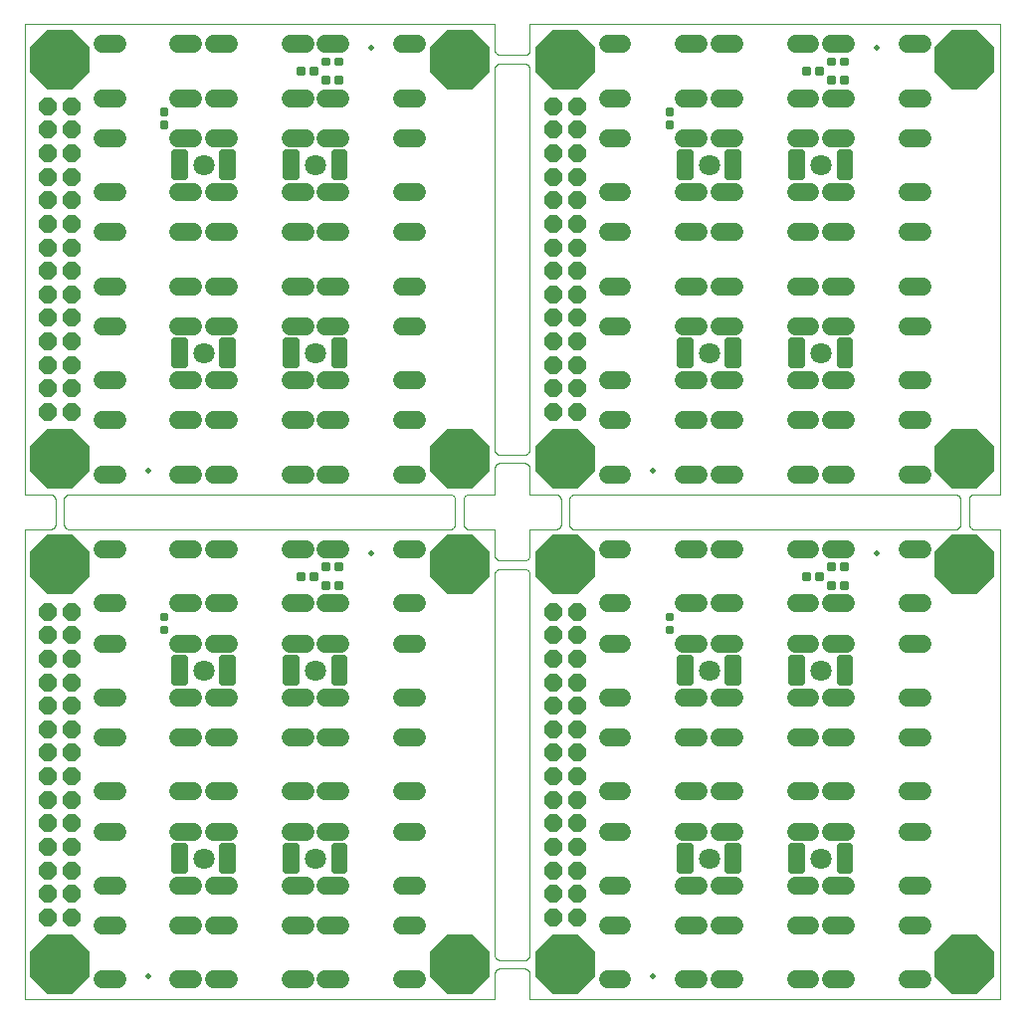
<source format=gbs>
G04 EAGLE Gerber RS-274X export*
G75*
%MOMM*%
%FSLAX34Y34*%
%LPD*%
%AMOC8*
5,1,8,0,0,1.08239X$1,22.5*%
G01*
%ADD10C,0.000000*%
%ADD11C,0.316800*%
%ADD12C,1.540000*%
%ADD13C,0.532800*%
%ADD14C,1.800000*%
%ADD15C,0.500000*%
%ADD16P,1.558642X8X112.500000*%
%ADD17P,5.563485X8X22.500000*%


D10*
X430000Y0D02*
X830000Y0D01*
X830000Y400000D01*
X808500Y400000D01*
X791500Y400000D02*
X468500Y400000D01*
X451500Y400000D02*
X430000Y400000D01*
X430000Y378500D01*
X430000Y361500D02*
X430000Y38500D01*
X430000Y21500D02*
X430000Y0D01*
X400000Y0D02*
X0Y0D01*
X400000Y0D02*
X400000Y21500D01*
X400000Y38500D02*
X400000Y361500D01*
X400000Y378500D02*
X400000Y400000D01*
X378500Y400000D01*
X361500Y400000D02*
X38500Y400000D01*
X21500Y400000D02*
X0Y400000D01*
X0Y0D01*
X425000Y366500D02*
X425140Y366498D01*
X425280Y366492D01*
X425420Y366482D01*
X425560Y366469D01*
X425699Y366451D01*
X425838Y366429D01*
X425975Y366404D01*
X426113Y366375D01*
X426249Y366342D01*
X426384Y366305D01*
X426518Y366264D01*
X426651Y366219D01*
X426783Y366171D01*
X426913Y366119D01*
X427042Y366064D01*
X427169Y366005D01*
X427295Y365942D01*
X427419Y365876D01*
X427540Y365807D01*
X427660Y365734D01*
X427778Y365657D01*
X427893Y365578D01*
X428007Y365495D01*
X428117Y365409D01*
X428226Y365320D01*
X428332Y365228D01*
X428435Y365133D01*
X428536Y365036D01*
X428633Y364935D01*
X428728Y364832D01*
X428820Y364726D01*
X428909Y364617D01*
X428995Y364507D01*
X429078Y364393D01*
X429157Y364278D01*
X429234Y364160D01*
X429307Y364040D01*
X429376Y363919D01*
X429442Y363795D01*
X429505Y363669D01*
X429564Y363542D01*
X429619Y363413D01*
X429671Y363283D01*
X429719Y363151D01*
X429764Y363018D01*
X429805Y362884D01*
X429842Y362749D01*
X429875Y362613D01*
X429904Y362475D01*
X429929Y362338D01*
X429951Y362199D01*
X429969Y362060D01*
X429982Y361920D01*
X429992Y361780D01*
X429998Y361640D01*
X430000Y361500D01*
X425000Y373500D02*
X425140Y373502D01*
X425280Y373508D01*
X425420Y373518D01*
X425560Y373531D01*
X425699Y373549D01*
X425838Y373571D01*
X425975Y373596D01*
X426113Y373625D01*
X426249Y373658D01*
X426384Y373695D01*
X426518Y373736D01*
X426651Y373781D01*
X426783Y373829D01*
X426913Y373881D01*
X427042Y373936D01*
X427169Y373995D01*
X427295Y374058D01*
X427419Y374124D01*
X427540Y374193D01*
X427660Y374266D01*
X427778Y374343D01*
X427893Y374422D01*
X428007Y374505D01*
X428117Y374591D01*
X428226Y374680D01*
X428332Y374772D01*
X428435Y374867D01*
X428536Y374964D01*
X428633Y375065D01*
X428728Y375168D01*
X428820Y375274D01*
X428909Y375383D01*
X428995Y375493D01*
X429078Y375607D01*
X429157Y375722D01*
X429234Y375840D01*
X429307Y375960D01*
X429376Y376081D01*
X429442Y376205D01*
X429505Y376331D01*
X429564Y376458D01*
X429619Y376587D01*
X429671Y376717D01*
X429719Y376849D01*
X429764Y376982D01*
X429805Y377116D01*
X429842Y377251D01*
X429875Y377387D01*
X429904Y377525D01*
X429929Y377662D01*
X429951Y377801D01*
X429969Y377940D01*
X429982Y378080D01*
X429992Y378220D01*
X429998Y378360D01*
X430000Y378500D01*
X425000Y366500D02*
X405000Y366500D01*
X425000Y26500D02*
X425140Y26498D01*
X425280Y26492D01*
X425420Y26482D01*
X425560Y26469D01*
X425699Y26451D01*
X425838Y26429D01*
X425975Y26404D01*
X426113Y26375D01*
X426249Y26342D01*
X426384Y26305D01*
X426518Y26264D01*
X426651Y26219D01*
X426783Y26171D01*
X426913Y26119D01*
X427042Y26064D01*
X427169Y26005D01*
X427295Y25942D01*
X427419Y25876D01*
X427540Y25807D01*
X427660Y25734D01*
X427778Y25657D01*
X427893Y25578D01*
X428007Y25495D01*
X428117Y25409D01*
X428226Y25320D01*
X428332Y25228D01*
X428435Y25133D01*
X428536Y25036D01*
X428633Y24935D01*
X428728Y24832D01*
X428820Y24726D01*
X428909Y24617D01*
X428995Y24507D01*
X429078Y24393D01*
X429157Y24278D01*
X429234Y24160D01*
X429307Y24040D01*
X429376Y23919D01*
X429442Y23795D01*
X429505Y23669D01*
X429564Y23542D01*
X429619Y23413D01*
X429671Y23283D01*
X429719Y23151D01*
X429764Y23018D01*
X429805Y22884D01*
X429842Y22749D01*
X429875Y22613D01*
X429904Y22475D01*
X429929Y22338D01*
X429951Y22199D01*
X429969Y22060D01*
X429982Y21920D01*
X429992Y21780D01*
X429998Y21640D01*
X430000Y21500D01*
X425000Y33500D02*
X425140Y33502D01*
X425280Y33508D01*
X425420Y33518D01*
X425560Y33531D01*
X425699Y33549D01*
X425838Y33571D01*
X425975Y33596D01*
X426113Y33625D01*
X426249Y33658D01*
X426384Y33695D01*
X426518Y33736D01*
X426651Y33781D01*
X426783Y33829D01*
X426913Y33881D01*
X427042Y33936D01*
X427169Y33995D01*
X427295Y34058D01*
X427419Y34124D01*
X427540Y34193D01*
X427660Y34266D01*
X427778Y34343D01*
X427893Y34422D01*
X428007Y34505D01*
X428117Y34591D01*
X428226Y34680D01*
X428332Y34772D01*
X428435Y34867D01*
X428536Y34964D01*
X428633Y35065D01*
X428728Y35168D01*
X428820Y35274D01*
X428909Y35383D01*
X428995Y35493D01*
X429078Y35607D01*
X429157Y35722D01*
X429234Y35840D01*
X429307Y35960D01*
X429376Y36081D01*
X429442Y36205D01*
X429505Y36331D01*
X429564Y36458D01*
X429619Y36587D01*
X429671Y36717D01*
X429719Y36849D01*
X429764Y36982D01*
X429805Y37116D01*
X429842Y37251D01*
X429875Y37387D01*
X429904Y37525D01*
X429929Y37662D01*
X429951Y37801D01*
X429969Y37940D01*
X429982Y38080D01*
X429992Y38220D01*
X429998Y38360D01*
X430000Y38500D01*
X425000Y26500D02*
X405000Y26500D01*
X405000Y33500D02*
X404860Y33502D01*
X404720Y33508D01*
X404580Y33518D01*
X404440Y33531D01*
X404301Y33549D01*
X404162Y33571D01*
X404025Y33596D01*
X403887Y33625D01*
X403751Y33658D01*
X403616Y33695D01*
X403482Y33736D01*
X403349Y33781D01*
X403217Y33829D01*
X403087Y33881D01*
X402958Y33936D01*
X402831Y33995D01*
X402705Y34058D01*
X402581Y34124D01*
X402460Y34193D01*
X402340Y34266D01*
X402222Y34343D01*
X402107Y34422D01*
X401993Y34505D01*
X401883Y34591D01*
X401774Y34680D01*
X401668Y34772D01*
X401565Y34867D01*
X401464Y34964D01*
X401367Y35065D01*
X401272Y35168D01*
X401180Y35274D01*
X401091Y35383D01*
X401005Y35493D01*
X400922Y35607D01*
X400843Y35722D01*
X400766Y35840D01*
X400693Y35960D01*
X400624Y36081D01*
X400558Y36205D01*
X400495Y36331D01*
X400436Y36458D01*
X400381Y36587D01*
X400329Y36717D01*
X400281Y36849D01*
X400236Y36982D01*
X400195Y37116D01*
X400158Y37251D01*
X400125Y37387D01*
X400096Y37525D01*
X400071Y37662D01*
X400049Y37801D01*
X400031Y37940D01*
X400018Y38080D01*
X400008Y38220D01*
X400002Y38360D01*
X400000Y38500D01*
X405000Y26500D02*
X404860Y26498D01*
X404720Y26492D01*
X404580Y26482D01*
X404440Y26469D01*
X404301Y26451D01*
X404162Y26429D01*
X404025Y26404D01*
X403887Y26375D01*
X403751Y26342D01*
X403616Y26305D01*
X403482Y26264D01*
X403349Y26219D01*
X403217Y26171D01*
X403087Y26119D01*
X402958Y26064D01*
X402831Y26005D01*
X402705Y25942D01*
X402581Y25876D01*
X402460Y25807D01*
X402340Y25734D01*
X402222Y25657D01*
X402107Y25578D01*
X401993Y25495D01*
X401883Y25409D01*
X401774Y25320D01*
X401668Y25228D01*
X401565Y25133D01*
X401464Y25036D01*
X401367Y24935D01*
X401272Y24832D01*
X401180Y24726D01*
X401091Y24617D01*
X401005Y24507D01*
X400922Y24393D01*
X400843Y24278D01*
X400766Y24160D01*
X400693Y24040D01*
X400624Y23919D01*
X400558Y23795D01*
X400495Y23669D01*
X400436Y23542D01*
X400381Y23413D01*
X400329Y23283D01*
X400281Y23151D01*
X400236Y23018D01*
X400195Y22884D01*
X400158Y22749D01*
X400125Y22613D01*
X400096Y22475D01*
X400071Y22338D01*
X400049Y22199D01*
X400031Y22060D01*
X400018Y21920D01*
X400008Y21780D01*
X400002Y21640D01*
X400000Y21500D01*
X405000Y33500D02*
X425000Y33500D01*
X405000Y373500D02*
X404860Y373502D01*
X404720Y373508D01*
X404580Y373518D01*
X404440Y373531D01*
X404301Y373549D01*
X404162Y373571D01*
X404025Y373596D01*
X403887Y373625D01*
X403751Y373658D01*
X403616Y373695D01*
X403482Y373736D01*
X403349Y373781D01*
X403217Y373829D01*
X403087Y373881D01*
X402958Y373936D01*
X402831Y373995D01*
X402705Y374058D01*
X402581Y374124D01*
X402460Y374193D01*
X402340Y374266D01*
X402222Y374343D01*
X402107Y374422D01*
X401993Y374505D01*
X401883Y374591D01*
X401774Y374680D01*
X401668Y374772D01*
X401565Y374867D01*
X401464Y374964D01*
X401367Y375065D01*
X401272Y375168D01*
X401180Y375274D01*
X401091Y375383D01*
X401005Y375493D01*
X400922Y375607D01*
X400843Y375722D01*
X400766Y375840D01*
X400693Y375960D01*
X400624Y376081D01*
X400558Y376205D01*
X400495Y376331D01*
X400436Y376458D01*
X400381Y376587D01*
X400329Y376717D01*
X400281Y376849D01*
X400236Y376982D01*
X400195Y377116D01*
X400158Y377251D01*
X400125Y377387D01*
X400096Y377525D01*
X400071Y377662D01*
X400049Y377801D01*
X400031Y377940D01*
X400018Y378080D01*
X400008Y378220D01*
X400002Y378360D01*
X400000Y378500D01*
X405000Y366500D02*
X404860Y366498D01*
X404720Y366492D01*
X404580Y366482D01*
X404440Y366469D01*
X404301Y366451D01*
X404162Y366429D01*
X404025Y366404D01*
X403887Y366375D01*
X403751Y366342D01*
X403616Y366305D01*
X403482Y366264D01*
X403349Y366219D01*
X403217Y366171D01*
X403087Y366119D01*
X402958Y366064D01*
X402831Y366005D01*
X402705Y365942D01*
X402581Y365876D01*
X402460Y365807D01*
X402340Y365734D01*
X402222Y365657D01*
X402107Y365578D01*
X401993Y365495D01*
X401883Y365409D01*
X401774Y365320D01*
X401668Y365228D01*
X401565Y365133D01*
X401464Y365036D01*
X401367Y364935D01*
X401272Y364832D01*
X401180Y364726D01*
X401091Y364617D01*
X401005Y364507D01*
X400922Y364393D01*
X400843Y364278D01*
X400766Y364160D01*
X400693Y364040D01*
X400624Y363919D01*
X400558Y363795D01*
X400495Y363669D01*
X400436Y363542D01*
X400381Y363413D01*
X400329Y363283D01*
X400281Y363151D01*
X400236Y363018D01*
X400195Y362884D01*
X400158Y362749D01*
X400125Y362613D01*
X400096Y362475D01*
X400071Y362338D01*
X400049Y362199D01*
X400031Y362060D01*
X400018Y361920D01*
X400008Y361780D01*
X400002Y361640D01*
X400000Y361500D01*
X405000Y373500D02*
X425000Y373500D01*
X26500Y405000D02*
X26498Y404860D01*
X26492Y404720D01*
X26482Y404580D01*
X26469Y404440D01*
X26451Y404301D01*
X26429Y404162D01*
X26404Y404025D01*
X26375Y403887D01*
X26342Y403751D01*
X26305Y403616D01*
X26264Y403482D01*
X26219Y403349D01*
X26171Y403217D01*
X26119Y403087D01*
X26064Y402958D01*
X26005Y402831D01*
X25942Y402705D01*
X25876Y402581D01*
X25807Y402460D01*
X25734Y402340D01*
X25657Y402222D01*
X25578Y402107D01*
X25495Y401993D01*
X25409Y401883D01*
X25320Y401774D01*
X25228Y401668D01*
X25133Y401565D01*
X25036Y401464D01*
X24935Y401367D01*
X24832Y401272D01*
X24726Y401180D01*
X24617Y401091D01*
X24507Y401005D01*
X24393Y400922D01*
X24278Y400843D01*
X24160Y400766D01*
X24040Y400693D01*
X23919Y400624D01*
X23795Y400558D01*
X23669Y400495D01*
X23542Y400436D01*
X23413Y400381D01*
X23283Y400329D01*
X23151Y400281D01*
X23018Y400236D01*
X22884Y400195D01*
X22749Y400158D01*
X22613Y400125D01*
X22475Y400096D01*
X22338Y400071D01*
X22199Y400049D01*
X22060Y400031D01*
X21920Y400018D01*
X21780Y400008D01*
X21640Y400002D01*
X21500Y400000D01*
X33500Y405000D02*
X33502Y404860D01*
X33508Y404720D01*
X33518Y404580D01*
X33531Y404440D01*
X33549Y404301D01*
X33571Y404162D01*
X33596Y404025D01*
X33625Y403887D01*
X33658Y403751D01*
X33695Y403616D01*
X33736Y403482D01*
X33781Y403349D01*
X33829Y403217D01*
X33881Y403087D01*
X33936Y402958D01*
X33995Y402831D01*
X34058Y402705D01*
X34124Y402581D01*
X34193Y402460D01*
X34266Y402340D01*
X34343Y402222D01*
X34422Y402107D01*
X34505Y401993D01*
X34591Y401883D01*
X34680Y401774D01*
X34772Y401668D01*
X34867Y401565D01*
X34964Y401464D01*
X35065Y401367D01*
X35168Y401272D01*
X35274Y401180D01*
X35383Y401091D01*
X35493Y401005D01*
X35607Y400922D01*
X35722Y400843D01*
X35840Y400766D01*
X35960Y400693D01*
X36081Y400624D01*
X36205Y400558D01*
X36331Y400495D01*
X36458Y400436D01*
X36587Y400381D01*
X36717Y400329D01*
X36849Y400281D01*
X36982Y400236D01*
X37116Y400195D01*
X37251Y400158D01*
X37387Y400125D01*
X37525Y400096D01*
X37662Y400071D01*
X37801Y400049D01*
X37940Y400031D01*
X38080Y400018D01*
X38220Y400008D01*
X38360Y400002D01*
X38500Y400000D01*
X361500Y400000D02*
X361640Y400002D01*
X361780Y400008D01*
X361920Y400018D01*
X362060Y400031D01*
X362199Y400049D01*
X362338Y400071D01*
X362475Y400096D01*
X362613Y400125D01*
X362749Y400158D01*
X362884Y400195D01*
X363018Y400236D01*
X363151Y400281D01*
X363283Y400329D01*
X363413Y400381D01*
X363542Y400436D01*
X363669Y400495D01*
X363795Y400558D01*
X363919Y400624D01*
X364040Y400693D01*
X364160Y400766D01*
X364278Y400843D01*
X364393Y400922D01*
X364507Y401005D01*
X364617Y401091D01*
X364726Y401180D01*
X364832Y401272D01*
X364935Y401367D01*
X365036Y401464D01*
X365133Y401565D01*
X365228Y401668D01*
X365320Y401774D01*
X365409Y401883D01*
X365495Y401993D01*
X365578Y402107D01*
X365657Y402222D01*
X365734Y402340D01*
X365807Y402460D01*
X365876Y402581D01*
X365942Y402705D01*
X366005Y402831D01*
X366064Y402958D01*
X366119Y403087D01*
X366171Y403217D01*
X366219Y403349D01*
X366264Y403482D01*
X366305Y403616D01*
X366342Y403751D01*
X366375Y403887D01*
X366404Y404025D01*
X366429Y404162D01*
X366451Y404301D01*
X366469Y404440D01*
X366482Y404580D01*
X366492Y404720D01*
X366498Y404860D01*
X366500Y405000D01*
X373500Y405000D02*
X373502Y404860D01*
X373508Y404720D01*
X373518Y404580D01*
X373531Y404440D01*
X373549Y404301D01*
X373571Y404162D01*
X373596Y404025D01*
X373625Y403887D01*
X373658Y403751D01*
X373695Y403616D01*
X373736Y403482D01*
X373781Y403349D01*
X373829Y403217D01*
X373881Y403087D01*
X373936Y402958D01*
X373995Y402831D01*
X374058Y402705D01*
X374124Y402581D01*
X374193Y402460D01*
X374266Y402340D01*
X374343Y402222D01*
X374422Y402107D01*
X374505Y401993D01*
X374591Y401883D01*
X374680Y401774D01*
X374772Y401668D01*
X374867Y401565D01*
X374964Y401464D01*
X375065Y401367D01*
X375168Y401272D01*
X375274Y401180D01*
X375383Y401091D01*
X375493Y401005D01*
X375607Y400922D01*
X375722Y400843D01*
X375840Y400766D01*
X375960Y400693D01*
X376081Y400624D01*
X376205Y400558D01*
X376331Y400495D01*
X376458Y400436D01*
X376587Y400381D01*
X376717Y400329D01*
X376849Y400281D01*
X376982Y400236D01*
X377116Y400195D01*
X377251Y400158D01*
X377387Y400125D01*
X377525Y400096D01*
X377662Y400071D01*
X377801Y400049D01*
X377940Y400031D01*
X378080Y400018D01*
X378220Y400008D01*
X378360Y400002D01*
X378500Y400000D01*
X26500Y405000D02*
X26500Y425000D01*
X33500Y425000D02*
X33500Y405000D01*
X366500Y405000D02*
X366500Y425000D01*
X373500Y425000D02*
X373500Y405000D01*
X803500Y405000D02*
X803500Y425000D01*
X796500Y405000D02*
X796498Y404860D01*
X796492Y404720D01*
X796482Y404580D01*
X796469Y404440D01*
X796451Y404301D01*
X796429Y404162D01*
X796404Y404025D01*
X796375Y403887D01*
X796342Y403751D01*
X796305Y403616D01*
X796264Y403482D01*
X796219Y403349D01*
X796171Y403217D01*
X796119Y403087D01*
X796064Y402958D01*
X796005Y402831D01*
X795942Y402705D01*
X795876Y402581D01*
X795807Y402460D01*
X795734Y402340D01*
X795657Y402222D01*
X795578Y402107D01*
X795495Y401993D01*
X795409Y401883D01*
X795320Y401774D01*
X795228Y401668D01*
X795133Y401565D01*
X795036Y401464D01*
X794935Y401367D01*
X794832Y401272D01*
X794726Y401180D01*
X794617Y401091D01*
X794507Y401005D01*
X794393Y400922D01*
X794278Y400843D01*
X794160Y400766D01*
X794040Y400693D01*
X793919Y400624D01*
X793795Y400558D01*
X793669Y400495D01*
X793542Y400436D01*
X793413Y400381D01*
X793283Y400329D01*
X793151Y400281D01*
X793018Y400236D01*
X792884Y400195D01*
X792749Y400158D01*
X792613Y400125D01*
X792475Y400096D01*
X792338Y400071D01*
X792199Y400049D01*
X792060Y400031D01*
X791920Y400018D01*
X791780Y400008D01*
X791640Y400002D01*
X791500Y400000D01*
X803500Y405000D02*
X803502Y404860D01*
X803508Y404720D01*
X803518Y404580D01*
X803531Y404440D01*
X803549Y404301D01*
X803571Y404162D01*
X803596Y404025D01*
X803625Y403887D01*
X803658Y403751D01*
X803695Y403616D01*
X803736Y403482D01*
X803781Y403349D01*
X803829Y403217D01*
X803881Y403087D01*
X803936Y402958D01*
X803995Y402831D01*
X804058Y402705D01*
X804124Y402581D01*
X804193Y402460D01*
X804266Y402340D01*
X804343Y402222D01*
X804422Y402107D01*
X804505Y401993D01*
X804591Y401883D01*
X804680Y401774D01*
X804772Y401668D01*
X804867Y401565D01*
X804964Y401464D01*
X805065Y401367D01*
X805168Y401272D01*
X805274Y401180D01*
X805383Y401091D01*
X805493Y401005D01*
X805607Y400922D01*
X805722Y400843D01*
X805840Y400766D01*
X805960Y400693D01*
X806081Y400624D01*
X806205Y400558D01*
X806331Y400495D01*
X806458Y400436D01*
X806587Y400381D01*
X806717Y400329D01*
X806849Y400281D01*
X806982Y400236D01*
X807116Y400195D01*
X807251Y400158D01*
X807387Y400125D01*
X807525Y400096D01*
X807662Y400071D01*
X807801Y400049D01*
X807940Y400031D01*
X808080Y400018D01*
X808220Y400008D01*
X808360Y400002D01*
X808500Y400000D01*
X796500Y405000D02*
X796500Y425000D01*
X463500Y425000D02*
X463500Y405000D01*
X456500Y405000D02*
X456498Y404860D01*
X456492Y404720D01*
X456482Y404580D01*
X456469Y404440D01*
X456451Y404301D01*
X456429Y404162D01*
X456404Y404025D01*
X456375Y403887D01*
X456342Y403751D01*
X456305Y403616D01*
X456264Y403482D01*
X456219Y403349D01*
X456171Y403217D01*
X456119Y403087D01*
X456064Y402958D01*
X456005Y402831D01*
X455942Y402705D01*
X455876Y402581D01*
X455807Y402460D01*
X455734Y402340D01*
X455657Y402222D01*
X455578Y402107D01*
X455495Y401993D01*
X455409Y401883D01*
X455320Y401774D01*
X455228Y401668D01*
X455133Y401565D01*
X455036Y401464D01*
X454935Y401367D01*
X454832Y401272D01*
X454726Y401180D01*
X454617Y401091D01*
X454507Y401005D01*
X454393Y400922D01*
X454278Y400843D01*
X454160Y400766D01*
X454040Y400693D01*
X453919Y400624D01*
X453795Y400558D01*
X453669Y400495D01*
X453542Y400436D01*
X453413Y400381D01*
X453283Y400329D01*
X453151Y400281D01*
X453018Y400236D01*
X452884Y400195D01*
X452749Y400158D01*
X452613Y400125D01*
X452475Y400096D01*
X452338Y400071D01*
X452199Y400049D01*
X452060Y400031D01*
X451920Y400018D01*
X451780Y400008D01*
X451640Y400002D01*
X451500Y400000D01*
X463500Y405000D02*
X463502Y404860D01*
X463508Y404720D01*
X463518Y404580D01*
X463531Y404440D01*
X463549Y404301D01*
X463571Y404162D01*
X463596Y404025D01*
X463625Y403887D01*
X463658Y403751D01*
X463695Y403616D01*
X463736Y403482D01*
X463781Y403349D01*
X463829Y403217D01*
X463881Y403087D01*
X463936Y402958D01*
X463995Y402831D01*
X464058Y402705D01*
X464124Y402581D01*
X464193Y402460D01*
X464266Y402340D01*
X464343Y402222D01*
X464422Y402107D01*
X464505Y401993D01*
X464591Y401883D01*
X464680Y401774D01*
X464772Y401668D01*
X464867Y401565D01*
X464964Y401464D01*
X465065Y401367D01*
X465168Y401272D01*
X465274Y401180D01*
X465383Y401091D01*
X465493Y401005D01*
X465607Y400922D01*
X465722Y400843D01*
X465840Y400766D01*
X465960Y400693D01*
X466081Y400624D01*
X466205Y400558D01*
X466331Y400495D01*
X466458Y400436D01*
X466587Y400381D01*
X466717Y400329D01*
X466849Y400281D01*
X466982Y400236D01*
X467116Y400195D01*
X467251Y400158D01*
X467387Y400125D01*
X467525Y400096D01*
X467662Y400071D01*
X467801Y400049D01*
X467940Y400031D01*
X468080Y400018D01*
X468220Y400008D01*
X468360Y400002D01*
X468500Y400000D01*
X456500Y405000D02*
X456500Y425000D01*
X400000Y830000D02*
X0Y830000D01*
X0Y430000D01*
X21500Y430000D01*
X38500Y430000D02*
X361500Y430000D01*
X378500Y430000D02*
X400000Y430000D01*
X400000Y451500D01*
X400000Y468500D02*
X400000Y791500D01*
X400000Y808500D02*
X400000Y830000D01*
X430000Y830000D02*
X830000Y830000D01*
X430000Y830000D02*
X430000Y808500D01*
X430000Y791500D02*
X430000Y468500D01*
X430000Y451500D02*
X430000Y430000D01*
X451500Y430000D01*
X468500Y430000D02*
X791500Y430000D01*
X808500Y430000D02*
X830000Y430000D01*
X830000Y830000D01*
X405000Y463500D02*
X404860Y463502D01*
X404720Y463508D01*
X404580Y463518D01*
X404440Y463531D01*
X404301Y463549D01*
X404162Y463571D01*
X404025Y463596D01*
X403887Y463625D01*
X403751Y463658D01*
X403616Y463695D01*
X403482Y463736D01*
X403349Y463781D01*
X403217Y463829D01*
X403087Y463881D01*
X402958Y463936D01*
X402831Y463995D01*
X402705Y464058D01*
X402581Y464124D01*
X402460Y464193D01*
X402340Y464266D01*
X402222Y464343D01*
X402107Y464422D01*
X401993Y464505D01*
X401883Y464591D01*
X401774Y464680D01*
X401668Y464772D01*
X401565Y464867D01*
X401464Y464964D01*
X401367Y465065D01*
X401272Y465168D01*
X401180Y465274D01*
X401091Y465383D01*
X401005Y465493D01*
X400922Y465607D01*
X400843Y465722D01*
X400766Y465840D01*
X400693Y465960D01*
X400624Y466081D01*
X400558Y466205D01*
X400495Y466331D01*
X400436Y466458D01*
X400381Y466587D01*
X400329Y466717D01*
X400281Y466849D01*
X400236Y466982D01*
X400195Y467116D01*
X400158Y467251D01*
X400125Y467387D01*
X400096Y467525D01*
X400071Y467662D01*
X400049Y467801D01*
X400031Y467940D01*
X400018Y468080D01*
X400008Y468220D01*
X400002Y468360D01*
X400000Y468500D01*
X405000Y456500D02*
X404860Y456498D01*
X404720Y456492D01*
X404580Y456482D01*
X404440Y456469D01*
X404301Y456451D01*
X404162Y456429D01*
X404025Y456404D01*
X403887Y456375D01*
X403751Y456342D01*
X403616Y456305D01*
X403482Y456264D01*
X403349Y456219D01*
X403217Y456171D01*
X403087Y456119D01*
X402958Y456064D01*
X402831Y456005D01*
X402705Y455942D01*
X402581Y455876D01*
X402460Y455807D01*
X402340Y455734D01*
X402222Y455657D01*
X402107Y455578D01*
X401993Y455495D01*
X401883Y455409D01*
X401774Y455320D01*
X401668Y455228D01*
X401565Y455133D01*
X401464Y455036D01*
X401367Y454935D01*
X401272Y454832D01*
X401180Y454726D01*
X401091Y454617D01*
X401005Y454507D01*
X400922Y454393D01*
X400843Y454278D01*
X400766Y454160D01*
X400693Y454040D01*
X400624Y453919D01*
X400558Y453795D01*
X400495Y453669D01*
X400436Y453542D01*
X400381Y453413D01*
X400329Y453283D01*
X400281Y453151D01*
X400236Y453018D01*
X400195Y452884D01*
X400158Y452749D01*
X400125Y452613D01*
X400096Y452475D01*
X400071Y452338D01*
X400049Y452199D01*
X400031Y452060D01*
X400018Y451920D01*
X400008Y451780D01*
X400002Y451640D01*
X400000Y451500D01*
X405000Y463500D02*
X425000Y463500D01*
X405000Y803500D02*
X404860Y803502D01*
X404720Y803508D01*
X404580Y803518D01*
X404440Y803531D01*
X404301Y803549D01*
X404162Y803571D01*
X404025Y803596D01*
X403887Y803625D01*
X403751Y803658D01*
X403616Y803695D01*
X403482Y803736D01*
X403349Y803781D01*
X403217Y803829D01*
X403087Y803881D01*
X402958Y803936D01*
X402831Y803995D01*
X402705Y804058D01*
X402581Y804124D01*
X402460Y804193D01*
X402340Y804266D01*
X402222Y804343D01*
X402107Y804422D01*
X401993Y804505D01*
X401883Y804591D01*
X401774Y804680D01*
X401668Y804772D01*
X401565Y804867D01*
X401464Y804964D01*
X401367Y805065D01*
X401272Y805168D01*
X401180Y805274D01*
X401091Y805383D01*
X401005Y805493D01*
X400922Y805607D01*
X400843Y805722D01*
X400766Y805840D01*
X400693Y805960D01*
X400624Y806081D01*
X400558Y806205D01*
X400495Y806331D01*
X400436Y806458D01*
X400381Y806587D01*
X400329Y806717D01*
X400281Y806849D01*
X400236Y806982D01*
X400195Y807116D01*
X400158Y807251D01*
X400125Y807387D01*
X400096Y807525D01*
X400071Y807662D01*
X400049Y807801D01*
X400031Y807940D01*
X400018Y808080D01*
X400008Y808220D01*
X400002Y808360D01*
X400000Y808500D01*
X405000Y796500D02*
X404860Y796498D01*
X404720Y796492D01*
X404580Y796482D01*
X404440Y796469D01*
X404301Y796451D01*
X404162Y796429D01*
X404025Y796404D01*
X403887Y796375D01*
X403751Y796342D01*
X403616Y796305D01*
X403482Y796264D01*
X403349Y796219D01*
X403217Y796171D01*
X403087Y796119D01*
X402958Y796064D01*
X402831Y796005D01*
X402705Y795942D01*
X402581Y795876D01*
X402460Y795807D01*
X402340Y795734D01*
X402222Y795657D01*
X402107Y795578D01*
X401993Y795495D01*
X401883Y795409D01*
X401774Y795320D01*
X401668Y795228D01*
X401565Y795133D01*
X401464Y795036D01*
X401367Y794935D01*
X401272Y794832D01*
X401180Y794726D01*
X401091Y794617D01*
X401005Y794507D01*
X400922Y794393D01*
X400843Y794278D01*
X400766Y794160D01*
X400693Y794040D01*
X400624Y793919D01*
X400558Y793795D01*
X400495Y793669D01*
X400436Y793542D01*
X400381Y793413D01*
X400329Y793283D01*
X400281Y793151D01*
X400236Y793018D01*
X400195Y792884D01*
X400158Y792749D01*
X400125Y792613D01*
X400096Y792475D01*
X400071Y792338D01*
X400049Y792199D01*
X400031Y792060D01*
X400018Y791920D01*
X400008Y791780D01*
X400002Y791640D01*
X400000Y791500D01*
X405000Y803500D02*
X425000Y803500D01*
X425000Y796500D02*
X425140Y796498D01*
X425280Y796492D01*
X425420Y796482D01*
X425560Y796469D01*
X425699Y796451D01*
X425838Y796429D01*
X425975Y796404D01*
X426113Y796375D01*
X426249Y796342D01*
X426384Y796305D01*
X426518Y796264D01*
X426651Y796219D01*
X426783Y796171D01*
X426913Y796119D01*
X427042Y796064D01*
X427169Y796005D01*
X427295Y795942D01*
X427419Y795876D01*
X427540Y795807D01*
X427660Y795734D01*
X427778Y795657D01*
X427893Y795578D01*
X428007Y795495D01*
X428117Y795409D01*
X428226Y795320D01*
X428332Y795228D01*
X428435Y795133D01*
X428536Y795036D01*
X428633Y794935D01*
X428728Y794832D01*
X428820Y794726D01*
X428909Y794617D01*
X428995Y794507D01*
X429078Y794393D01*
X429157Y794278D01*
X429234Y794160D01*
X429307Y794040D01*
X429376Y793919D01*
X429442Y793795D01*
X429505Y793669D01*
X429564Y793542D01*
X429619Y793413D01*
X429671Y793283D01*
X429719Y793151D01*
X429764Y793018D01*
X429805Y792884D01*
X429842Y792749D01*
X429875Y792613D01*
X429904Y792475D01*
X429929Y792338D01*
X429951Y792199D01*
X429969Y792060D01*
X429982Y791920D01*
X429992Y791780D01*
X429998Y791640D01*
X430000Y791500D01*
X425000Y803500D02*
X425140Y803502D01*
X425280Y803508D01*
X425420Y803518D01*
X425560Y803531D01*
X425699Y803549D01*
X425838Y803571D01*
X425975Y803596D01*
X426113Y803625D01*
X426249Y803658D01*
X426384Y803695D01*
X426518Y803736D01*
X426651Y803781D01*
X426783Y803829D01*
X426913Y803881D01*
X427042Y803936D01*
X427169Y803995D01*
X427295Y804058D01*
X427419Y804124D01*
X427540Y804193D01*
X427660Y804266D01*
X427778Y804343D01*
X427893Y804422D01*
X428007Y804505D01*
X428117Y804591D01*
X428226Y804680D01*
X428332Y804772D01*
X428435Y804867D01*
X428536Y804964D01*
X428633Y805065D01*
X428728Y805168D01*
X428820Y805274D01*
X428909Y805383D01*
X428995Y805493D01*
X429078Y805607D01*
X429157Y805722D01*
X429234Y805840D01*
X429307Y805960D01*
X429376Y806081D01*
X429442Y806205D01*
X429505Y806331D01*
X429564Y806458D01*
X429619Y806587D01*
X429671Y806717D01*
X429719Y806849D01*
X429764Y806982D01*
X429805Y807116D01*
X429842Y807251D01*
X429875Y807387D01*
X429904Y807525D01*
X429929Y807662D01*
X429951Y807801D01*
X429969Y807940D01*
X429982Y808080D01*
X429992Y808220D01*
X429998Y808360D01*
X430000Y808500D01*
X425000Y796500D02*
X405000Y796500D01*
X425000Y456500D02*
X425140Y456498D01*
X425280Y456492D01*
X425420Y456482D01*
X425560Y456469D01*
X425699Y456451D01*
X425838Y456429D01*
X425975Y456404D01*
X426113Y456375D01*
X426249Y456342D01*
X426384Y456305D01*
X426518Y456264D01*
X426651Y456219D01*
X426783Y456171D01*
X426913Y456119D01*
X427042Y456064D01*
X427169Y456005D01*
X427295Y455942D01*
X427419Y455876D01*
X427540Y455807D01*
X427660Y455734D01*
X427778Y455657D01*
X427893Y455578D01*
X428007Y455495D01*
X428117Y455409D01*
X428226Y455320D01*
X428332Y455228D01*
X428435Y455133D01*
X428536Y455036D01*
X428633Y454935D01*
X428728Y454832D01*
X428820Y454726D01*
X428909Y454617D01*
X428995Y454507D01*
X429078Y454393D01*
X429157Y454278D01*
X429234Y454160D01*
X429307Y454040D01*
X429376Y453919D01*
X429442Y453795D01*
X429505Y453669D01*
X429564Y453542D01*
X429619Y453413D01*
X429671Y453283D01*
X429719Y453151D01*
X429764Y453018D01*
X429805Y452884D01*
X429842Y452749D01*
X429875Y452613D01*
X429904Y452475D01*
X429929Y452338D01*
X429951Y452199D01*
X429969Y452060D01*
X429982Y451920D01*
X429992Y451780D01*
X429998Y451640D01*
X430000Y451500D01*
X425000Y463500D02*
X425140Y463502D01*
X425280Y463508D01*
X425420Y463518D01*
X425560Y463531D01*
X425699Y463549D01*
X425838Y463571D01*
X425975Y463596D01*
X426113Y463625D01*
X426249Y463658D01*
X426384Y463695D01*
X426518Y463736D01*
X426651Y463781D01*
X426783Y463829D01*
X426913Y463881D01*
X427042Y463936D01*
X427169Y463995D01*
X427295Y464058D01*
X427419Y464124D01*
X427540Y464193D01*
X427660Y464266D01*
X427778Y464343D01*
X427893Y464422D01*
X428007Y464505D01*
X428117Y464591D01*
X428226Y464680D01*
X428332Y464772D01*
X428435Y464867D01*
X428536Y464964D01*
X428633Y465065D01*
X428728Y465168D01*
X428820Y465274D01*
X428909Y465383D01*
X428995Y465493D01*
X429078Y465607D01*
X429157Y465722D01*
X429234Y465840D01*
X429307Y465960D01*
X429376Y466081D01*
X429442Y466205D01*
X429505Y466331D01*
X429564Y466458D01*
X429619Y466587D01*
X429671Y466717D01*
X429719Y466849D01*
X429764Y466982D01*
X429805Y467116D01*
X429842Y467251D01*
X429875Y467387D01*
X429904Y467525D01*
X429929Y467662D01*
X429951Y467801D01*
X429969Y467940D01*
X429982Y468080D01*
X429992Y468220D01*
X429998Y468360D01*
X430000Y468500D01*
X425000Y456500D02*
X405000Y456500D01*
X803500Y425000D02*
X803502Y425140D01*
X803508Y425280D01*
X803518Y425420D01*
X803531Y425560D01*
X803549Y425699D01*
X803571Y425838D01*
X803596Y425975D01*
X803625Y426113D01*
X803658Y426249D01*
X803695Y426384D01*
X803736Y426518D01*
X803781Y426651D01*
X803829Y426783D01*
X803881Y426913D01*
X803936Y427042D01*
X803995Y427169D01*
X804058Y427295D01*
X804124Y427419D01*
X804193Y427540D01*
X804266Y427660D01*
X804343Y427778D01*
X804422Y427893D01*
X804505Y428007D01*
X804591Y428117D01*
X804680Y428226D01*
X804772Y428332D01*
X804867Y428435D01*
X804964Y428536D01*
X805065Y428633D01*
X805168Y428728D01*
X805274Y428820D01*
X805383Y428909D01*
X805493Y428995D01*
X805607Y429078D01*
X805722Y429157D01*
X805840Y429234D01*
X805960Y429307D01*
X806081Y429376D01*
X806205Y429442D01*
X806331Y429505D01*
X806458Y429564D01*
X806587Y429619D01*
X806717Y429671D01*
X806849Y429719D01*
X806982Y429764D01*
X807116Y429805D01*
X807251Y429842D01*
X807387Y429875D01*
X807525Y429904D01*
X807662Y429929D01*
X807801Y429951D01*
X807940Y429969D01*
X808080Y429982D01*
X808220Y429992D01*
X808360Y429998D01*
X808500Y430000D01*
X796500Y425000D02*
X796498Y425140D01*
X796492Y425280D01*
X796482Y425420D01*
X796469Y425560D01*
X796451Y425699D01*
X796429Y425838D01*
X796404Y425975D01*
X796375Y426113D01*
X796342Y426249D01*
X796305Y426384D01*
X796264Y426518D01*
X796219Y426651D01*
X796171Y426783D01*
X796119Y426913D01*
X796064Y427042D01*
X796005Y427169D01*
X795942Y427295D01*
X795876Y427419D01*
X795807Y427540D01*
X795734Y427660D01*
X795657Y427778D01*
X795578Y427893D01*
X795495Y428007D01*
X795409Y428117D01*
X795320Y428226D01*
X795228Y428332D01*
X795133Y428435D01*
X795036Y428536D01*
X794935Y428633D01*
X794832Y428728D01*
X794726Y428820D01*
X794617Y428909D01*
X794507Y428995D01*
X794393Y429078D01*
X794278Y429157D01*
X794160Y429234D01*
X794040Y429307D01*
X793919Y429376D01*
X793795Y429442D01*
X793669Y429505D01*
X793542Y429564D01*
X793413Y429619D01*
X793283Y429671D01*
X793151Y429719D01*
X793018Y429764D01*
X792884Y429805D01*
X792749Y429842D01*
X792613Y429875D01*
X792475Y429904D01*
X792338Y429929D01*
X792199Y429951D01*
X792060Y429969D01*
X791920Y429982D01*
X791780Y429992D01*
X791640Y429998D01*
X791500Y430000D01*
X468500Y430000D02*
X468360Y429998D01*
X468220Y429992D01*
X468080Y429982D01*
X467940Y429969D01*
X467801Y429951D01*
X467662Y429929D01*
X467525Y429904D01*
X467387Y429875D01*
X467251Y429842D01*
X467116Y429805D01*
X466982Y429764D01*
X466849Y429719D01*
X466717Y429671D01*
X466587Y429619D01*
X466458Y429564D01*
X466331Y429505D01*
X466205Y429442D01*
X466081Y429376D01*
X465960Y429307D01*
X465840Y429234D01*
X465722Y429157D01*
X465607Y429078D01*
X465493Y428995D01*
X465383Y428909D01*
X465274Y428820D01*
X465168Y428728D01*
X465065Y428633D01*
X464964Y428536D01*
X464867Y428435D01*
X464772Y428332D01*
X464680Y428226D01*
X464591Y428117D01*
X464505Y428007D01*
X464422Y427893D01*
X464343Y427778D01*
X464266Y427660D01*
X464193Y427540D01*
X464124Y427419D01*
X464058Y427295D01*
X463995Y427169D01*
X463936Y427042D01*
X463881Y426913D01*
X463829Y426783D01*
X463781Y426651D01*
X463736Y426518D01*
X463695Y426384D01*
X463658Y426249D01*
X463625Y426113D01*
X463596Y425975D01*
X463571Y425838D01*
X463549Y425699D01*
X463531Y425560D01*
X463518Y425420D01*
X463508Y425280D01*
X463502Y425140D01*
X463500Y425000D01*
X456500Y425000D02*
X456498Y425140D01*
X456492Y425280D01*
X456482Y425420D01*
X456469Y425560D01*
X456451Y425699D01*
X456429Y425838D01*
X456404Y425975D01*
X456375Y426113D01*
X456342Y426249D01*
X456305Y426384D01*
X456264Y426518D01*
X456219Y426651D01*
X456171Y426783D01*
X456119Y426913D01*
X456064Y427042D01*
X456005Y427169D01*
X455942Y427295D01*
X455876Y427419D01*
X455807Y427540D01*
X455734Y427660D01*
X455657Y427778D01*
X455578Y427893D01*
X455495Y428007D01*
X455409Y428117D01*
X455320Y428226D01*
X455228Y428332D01*
X455133Y428435D01*
X455036Y428536D01*
X454935Y428633D01*
X454832Y428728D01*
X454726Y428820D01*
X454617Y428909D01*
X454507Y428995D01*
X454393Y429078D01*
X454278Y429157D01*
X454160Y429234D01*
X454040Y429307D01*
X453919Y429376D01*
X453795Y429442D01*
X453669Y429505D01*
X453542Y429564D01*
X453413Y429619D01*
X453283Y429671D01*
X453151Y429719D01*
X453018Y429764D01*
X452884Y429805D01*
X452749Y429842D01*
X452613Y429875D01*
X452475Y429904D01*
X452338Y429929D01*
X452199Y429951D01*
X452060Y429969D01*
X451920Y429982D01*
X451780Y429992D01*
X451640Y429998D01*
X451500Y430000D01*
X38500Y430000D02*
X38360Y429998D01*
X38220Y429992D01*
X38080Y429982D01*
X37940Y429969D01*
X37801Y429951D01*
X37662Y429929D01*
X37525Y429904D01*
X37387Y429875D01*
X37251Y429842D01*
X37116Y429805D01*
X36982Y429764D01*
X36849Y429719D01*
X36717Y429671D01*
X36587Y429619D01*
X36458Y429564D01*
X36331Y429505D01*
X36205Y429442D01*
X36081Y429376D01*
X35960Y429307D01*
X35840Y429234D01*
X35722Y429157D01*
X35607Y429078D01*
X35493Y428995D01*
X35383Y428909D01*
X35274Y428820D01*
X35168Y428728D01*
X35065Y428633D01*
X34964Y428536D01*
X34867Y428435D01*
X34772Y428332D01*
X34680Y428226D01*
X34591Y428117D01*
X34505Y428007D01*
X34422Y427893D01*
X34343Y427778D01*
X34266Y427660D01*
X34193Y427540D01*
X34124Y427419D01*
X34058Y427295D01*
X33995Y427169D01*
X33936Y427042D01*
X33881Y426913D01*
X33829Y426783D01*
X33781Y426651D01*
X33736Y426518D01*
X33695Y426384D01*
X33658Y426249D01*
X33625Y426113D01*
X33596Y425975D01*
X33571Y425838D01*
X33549Y425699D01*
X33531Y425560D01*
X33518Y425420D01*
X33508Y425280D01*
X33502Y425140D01*
X33500Y425000D01*
X26500Y425000D02*
X26498Y425140D01*
X26492Y425280D01*
X26482Y425420D01*
X26469Y425560D01*
X26451Y425699D01*
X26429Y425838D01*
X26404Y425975D01*
X26375Y426113D01*
X26342Y426249D01*
X26305Y426384D01*
X26264Y426518D01*
X26219Y426651D01*
X26171Y426783D01*
X26119Y426913D01*
X26064Y427042D01*
X26005Y427169D01*
X25942Y427295D01*
X25876Y427419D01*
X25807Y427540D01*
X25734Y427660D01*
X25657Y427778D01*
X25578Y427893D01*
X25495Y428007D01*
X25409Y428117D01*
X25320Y428226D01*
X25228Y428332D01*
X25133Y428435D01*
X25036Y428536D01*
X24935Y428633D01*
X24832Y428728D01*
X24726Y428820D01*
X24617Y428909D01*
X24507Y428995D01*
X24393Y429078D01*
X24278Y429157D01*
X24160Y429234D01*
X24040Y429307D01*
X23919Y429376D01*
X23795Y429442D01*
X23669Y429505D01*
X23542Y429564D01*
X23413Y429619D01*
X23283Y429671D01*
X23151Y429719D01*
X23018Y429764D01*
X22884Y429805D01*
X22749Y429842D01*
X22613Y429875D01*
X22475Y429904D01*
X22338Y429929D01*
X22199Y429951D01*
X22060Y429969D01*
X21920Y429982D01*
X21780Y429992D01*
X21640Y429998D01*
X21500Y430000D01*
X373500Y425000D02*
X373502Y425140D01*
X373508Y425280D01*
X373518Y425420D01*
X373531Y425560D01*
X373549Y425699D01*
X373571Y425838D01*
X373596Y425975D01*
X373625Y426113D01*
X373658Y426249D01*
X373695Y426384D01*
X373736Y426518D01*
X373781Y426651D01*
X373829Y426783D01*
X373881Y426913D01*
X373936Y427042D01*
X373995Y427169D01*
X374058Y427295D01*
X374124Y427419D01*
X374193Y427540D01*
X374266Y427660D01*
X374343Y427778D01*
X374422Y427893D01*
X374505Y428007D01*
X374591Y428117D01*
X374680Y428226D01*
X374772Y428332D01*
X374867Y428435D01*
X374964Y428536D01*
X375065Y428633D01*
X375168Y428728D01*
X375274Y428820D01*
X375383Y428909D01*
X375493Y428995D01*
X375607Y429078D01*
X375722Y429157D01*
X375840Y429234D01*
X375960Y429307D01*
X376081Y429376D01*
X376205Y429442D01*
X376331Y429505D01*
X376458Y429564D01*
X376587Y429619D01*
X376717Y429671D01*
X376849Y429719D01*
X376982Y429764D01*
X377116Y429805D01*
X377251Y429842D01*
X377387Y429875D01*
X377525Y429904D01*
X377662Y429929D01*
X377801Y429951D01*
X377940Y429969D01*
X378080Y429982D01*
X378220Y429992D01*
X378360Y429998D01*
X378500Y430000D01*
X366500Y425000D02*
X366498Y425140D01*
X366492Y425280D01*
X366482Y425420D01*
X366469Y425560D01*
X366451Y425699D01*
X366429Y425838D01*
X366404Y425975D01*
X366375Y426113D01*
X366342Y426249D01*
X366305Y426384D01*
X366264Y426518D01*
X366219Y426651D01*
X366171Y426783D01*
X366119Y426913D01*
X366064Y427042D01*
X366005Y427169D01*
X365942Y427295D01*
X365876Y427419D01*
X365807Y427540D01*
X365734Y427660D01*
X365657Y427778D01*
X365578Y427893D01*
X365495Y428007D01*
X365409Y428117D01*
X365320Y428226D01*
X365228Y428332D01*
X365133Y428435D01*
X365036Y428536D01*
X364935Y428633D01*
X364832Y428728D01*
X364726Y428820D01*
X364617Y428909D01*
X364507Y428995D01*
X364393Y429078D01*
X364278Y429157D01*
X364160Y429234D01*
X364040Y429307D01*
X363919Y429376D01*
X363795Y429442D01*
X363669Y429505D01*
X363542Y429564D01*
X363413Y429619D01*
X363283Y429671D01*
X363151Y429719D01*
X363018Y429764D01*
X362884Y429805D01*
X362749Y429842D01*
X362613Y429875D01*
X362475Y429904D01*
X362338Y429929D01*
X362199Y429951D01*
X362060Y429969D01*
X361920Y429982D01*
X361780Y429992D01*
X361640Y429998D01*
X361500Y430000D01*
D11*
X269516Y354016D02*
X265484Y354016D01*
X269516Y354016D02*
X269516Y349984D01*
X265484Y349984D01*
X265484Y354016D01*
X265484Y352994D02*
X269516Y352994D01*
X258516Y354016D02*
X254484Y354016D01*
X258516Y354016D02*
X258516Y349984D01*
X254484Y349984D01*
X254484Y354016D01*
X254484Y352994D02*
X258516Y352994D01*
X121016Y316516D02*
X121016Y312484D01*
X116984Y312484D01*
X116984Y316516D01*
X121016Y316516D01*
X121016Y315494D02*
X116984Y315494D01*
X121016Y323484D02*
X121016Y327516D01*
X121016Y323484D02*
X116984Y323484D01*
X116984Y327516D01*
X121016Y327516D01*
X121016Y326494D02*
X116984Y326494D01*
X265484Y370016D02*
X269516Y370016D01*
X269516Y365984D01*
X265484Y365984D01*
X265484Y370016D01*
X265484Y368994D02*
X269516Y368994D01*
X258516Y370016D02*
X254484Y370016D01*
X258516Y370016D02*
X258516Y365984D01*
X254484Y365984D01*
X254484Y370016D01*
X254484Y368994D02*
X258516Y368994D01*
X248516Y362016D02*
X244484Y362016D01*
X248516Y362016D02*
X248516Y357984D01*
X244484Y357984D01*
X244484Y362016D01*
X244484Y360994D02*
X248516Y360994D01*
X237516Y362016D02*
X233484Y362016D01*
X237516Y362016D02*
X237516Y357984D01*
X233484Y357984D01*
X233484Y362016D01*
X233484Y360994D02*
X237516Y360994D01*
D12*
X78800Y63000D02*
X66200Y63000D01*
X131200Y63000D02*
X143800Y63000D01*
X78800Y17000D02*
X66200Y17000D01*
X131200Y17000D02*
X143800Y17000D01*
X161200Y63000D02*
X173800Y63000D01*
X226200Y63000D02*
X238800Y63000D01*
X173800Y17000D02*
X161200Y17000D01*
X226200Y17000D02*
X238800Y17000D01*
X256200Y63000D02*
X268800Y63000D01*
X321200Y63000D02*
X333800Y63000D01*
X268800Y17000D02*
X256200Y17000D01*
X321200Y17000D02*
X333800Y17000D01*
X78800Y143000D02*
X66200Y143000D01*
X131200Y143000D02*
X143800Y143000D01*
X78800Y97000D02*
X66200Y97000D01*
X131200Y97000D02*
X143800Y97000D01*
X161200Y143000D02*
X173800Y143000D01*
X226200Y143000D02*
X238800Y143000D01*
X173800Y97000D02*
X161200Y97000D01*
X226200Y97000D02*
X238800Y97000D01*
X256200Y143000D02*
X268800Y143000D01*
X321200Y143000D02*
X333800Y143000D01*
X268800Y97000D02*
X256200Y97000D01*
X321200Y97000D02*
X333800Y97000D01*
X78800Y223000D02*
X66200Y223000D01*
X131200Y223000D02*
X143800Y223000D01*
X78800Y177000D02*
X66200Y177000D01*
X131200Y177000D02*
X143800Y177000D01*
X161200Y223000D02*
X173800Y223000D01*
X226200Y223000D02*
X238800Y223000D01*
X173800Y177000D02*
X161200Y177000D01*
X226200Y177000D02*
X238800Y177000D01*
X256200Y223000D02*
X268800Y223000D01*
X321200Y223000D02*
X333800Y223000D01*
X268800Y177000D02*
X256200Y177000D01*
X321200Y177000D02*
X333800Y177000D01*
X78800Y303000D02*
X66200Y303000D01*
X131200Y303000D02*
X143800Y303000D01*
X78800Y257000D02*
X66200Y257000D01*
X131200Y257000D02*
X143800Y257000D01*
X161200Y303000D02*
X173800Y303000D01*
X226200Y303000D02*
X238800Y303000D01*
X173800Y257000D02*
X161200Y257000D01*
X226200Y257000D02*
X238800Y257000D01*
X256200Y303000D02*
X268800Y303000D01*
X321200Y303000D02*
X333800Y303000D01*
X268800Y257000D02*
X256200Y257000D01*
X321200Y257000D02*
X333800Y257000D01*
X78800Y383000D02*
X66200Y383000D01*
X131200Y383000D02*
X143800Y383000D01*
X78800Y337000D02*
X66200Y337000D01*
X131200Y337000D02*
X143800Y337000D01*
X161200Y383000D02*
X173800Y383000D01*
X226200Y383000D02*
X238800Y383000D01*
X173800Y337000D02*
X161200Y337000D01*
X226200Y337000D02*
X238800Y337000D01*
X256200Y383000D02*
X268800Y383000D01*
X321200Y383000D02*
X333800Y383000D01*
X268800Y337000D02*
X256200Y337000D01*
X321200Y337000D02*
X333800Y337000D01*
D13*
X168464Y290536D02*
X168464Y269464D01*
X168464Y290536D02*
X177536Y290536D01*
X177536Y269464D01*
X168464Y269464D01*
X168464Y274526D02*
X177536Y274526D01*
X177536Y279588D02*
X168464Y279588D01*
X168464Y284650D02*
X177536Y284650D01*
X177536Y289712D02*
X168464Y289712D01*
X127464Y290536D02*
X127464Y269464D01*
X127464Y290536D02*
X136536Y290536D01*
X136536Y269464D01*
X127464Y269464D01*
X127464Y274526D02*
X136536Y274526D01*
X136536Y279588D02*
X127464Y279588D01*
X127464Y284650D02*
X136536Y284650D01*
X136536Y289712D02*
X127464Y289712D01*
D14*
X152500Y280000D03*
D13*
X231536Y290536D02*
X231536Y269464D01*
X222464Y269464D01*
X222464Y290536D01*
X231536Y290536D01*
X231536Y274526D02*
X222464Y274526D01*
X222464Y279588D02*
X231536Y279588D01*
X231536Y284650D02*
X222464Y284650D01*
X222464Y289712D02*
X231536Y289712D01*
X272536Y290536D02*
X272536Y269464D01*
X263464Y269464D01*
X263464Y290536D01*
X272536Y290536D01*
X272536Y274526D02*
X263464Y274526D01*
X263464Y279588D02*
X272536Y279588D01*
X272536Y284650D02*
X263464Y284650D01*
X263464Y289712D02*
X272536Y289712D01*
D14*
X247500Y280000D03*
D13*
X168464Y130536D02*
X168464Y109464D01*
X168464Y130536D02*
X177536Y130536D01*
X177536Y109464D01*
X168464Y109464D01*
X168464Y114526D02*
X177536Y114526D01*
X177536Y119588D02*
X168464Y119588D01*
X168464Y124650D02*
X177536Y124650D01*
X177536Y129712D02*
X168464Y129712D01*
X127464Y130536D02*
X127464Y109464D01*
X127464Y130536D02*
X136536Y130536D01*
X136536Y109464D01*
X127464Y109464D01*
X127464Y114526D02*
X136536Y114526D01*
X136536Y119588D02*
X127464Y119588D01*
X127464Y124650D02*
X136536Y124650D01*
X136536Y129712D02*
X127464Y129712D01*
D14*
X152500Y120000D03*
D13*
X231536Y130536D02*
X231536Y109464D01*
X222464Y109464D01*
X222464Y130536D01*
X231536Y130536D01*
X231536Y114526D02*
X222464Y114526D01*
X222464Y119588D02*
X231536Y119588D01*
X231536Y124650D02*
X222464Y124650D01*
X222464Y129712D02*
X231536Y129712D01*
X272536Y130536D02*
X272536Y109464D01*
X263464Y109464D01*
X263464Y130536D01*
X272536Y130536D01*
X272536Y114526D02*
X263464Y114526D01*
X263464Y119588D02*
X272536Y119588D01*
X272536Y124650D02*
X263464Y124650D01*
X263464Y129712D02*
X272536Y129712D01*
D14*
X247500Y120000D03*
D15*
X295000Y380000D03*
X105000Y20000D03*
D16*
X40000Y70000D03*
X20000Y70000D03*
X40000Y90000D03*
X20000Y90000D03*
X40000Y110000D03*
X20000Y110000D03*
X40000Y130000D03*
X20000Y130000D03*
X40000Y150000D03*
X20000Y150000D03*
X20000Y170000D03*
X40000Y190000D03*
X20000Y190000D03*
X40000Y170000D03*
X40000Y210000D03*
X20000Y210000D03*
X40000Y230000D03*
X20000Y230000D03*
X40000Y250000D03*
X20000Y250000D03*
X40000Y270000D03*
X20000Y270000D03*
X40000Y290000D03*
X20000Y290000D03*
X40000Y310000D03*
X20000Y310000D03*
X40000Y330000D03*
X20000Y330000D03*
D11*
X695484Y354016D02*
X699516Y354016D01*
X699516Y349984D01*
X695484Y349984D01*
X695484Y354016D01*
X695484Y352994D02*
X699516Y352994D01*
X688516Y354016D02*
X684484Y354016D01*
X688516Y354016D02*
X688516Y349984D01*
X684484Y349984D01*
X684484Y354016D01*
X684484Y352994D02*
X688516Y352994D01*
X551016Y316516D02*
X551016Y312484D01*
X546984Y312484D01*
X546984Y316516D01*
X551016Y316516D01*
X551016Y315494D02*
X546984Y315494D01*
X551016Y323484D02*
X551016Y327516D01*
X551016Y323484D02*
X546984Y323484D01*
X546984Y327516D01*
X551016Y327516D01*
X551016Y326494D02*
X546984Y326494D01*
X695484Y370016D02*
X699516Y370016D01*
X699516Y365984D01*
X695484Y365984D01*
X695484Y370016D01*
X695484Y368994D02*
X699516Y368994D01*
X688516Y370016D02*
X684484Y370016D01*
X688516Y370016D02*
X688516Y365984D01*
X684484Y365984D01*
X684484Y370016D01*
X684484Y368994D02*
X688516Y368994D01*
X678516Y362016D02*
X674484Y362016D01*
X678516Y362016D02*
X678516Y357984D01*
X674484Y357984D01*
X674484Y362016D01*
X674484Y360994D02*
X678516Y360994D01*
X667516Y362016D02*
X663484Y362016D01*
X667516Y362016D02*
X667516Y357984D01*
X663484Y357984D01*
X663484Y362016D01*
X663484Y360994D02*
X667516Y360994D01*
D12*
X508800Y63000D02*
X496200Y63000D01*
X561200Y63000D02*
X573800Y63000D01*
X508800Y17000D02*
X496200Y17000D01*
X561200Y17000D02*
X573800Y17000D01*
X591200Y63000D02*
X603800Y63000D01*
X656200Y63000D02*
X668800Y63000D01*
X603800Y17000D02*
X591200Y17000D01*
X656200Y17000D02*
X668800Y17000D01*
X686200Y63000D02*
X698800Y63000D01*
X751200Y63000D02*
X763800Y63000D01*
X698800Y17000D02*
X686200Y17000D01*
X751200Y17000D02*
X763800Y17000D01*
X508800Y143000D02*
X496200Y143000D01*
X561200Y143000D02*
X573800Y143000D01*
X508800Y97000D02*
X496200Y97000D01*
X561200Y97000D02*
X573800Y97000D01*
X591200Y143000D02*
X603800Y143000D01*
X656200Y143000D02*
X668800Y143000D01*
X603800Y97000D02*
X591200Y97000D01*
X656200Y97000D02*
X668800Y97000D01*
X686200Y143000D02*
X698800Y143000D01*
X751200Y143000D02*
X763800Y143000D01*
X698800Y97000D02*
X686200Y97000D01*
X751200Y97000D02*
X763800Y97000D01*
X508800Y223000D02*
X496200Y223000D01*
X561200Y223000D02*
X573800Y223000D01*
X508800Y177000D02*
X496200Y177000D01*
X561200Y177000D02*
X573800Y177000D01*
X591200Y223000D02*
X603800Y223000D01*
X656200Y223000D02*
X668800Y223000D01*
X603800Y177000D02*
X591200Y177000D01*
X656200Y177000D02*
X668800Y177000D01*
X686200Y223000D02*
X698800Y223000D01*
X751200Y223000D02*
X763800Y223000D01*
X698800Y177000D02*
X686200Y177000D01*
X751200Y177000D02*
X763800Y177000D01*
X508800Y303000D02*
X496200Y303000D01*
X561200Y303000D02*
X573800Y303000D01*
X508800Y257000D02*
X496200Y257000D01*
X561200Y257000D02*
X573800Y257000D01*
X591200Y303000D02*
X603800Y303000D01*
X656200Y303000D02*
X668800Y303000D01*
X603800Y257000D02*
X591200Y257000D01*
X656200Y257000D02*
X668800Y257000D01*
X686200Y303000D02*
X698800Y303000D01*
X751200Y303000D02*
X763800Y303000D01*
X698800Y257000D02*
X686200Y257000D01*
X751200Y257000D02*
X763800Y257000D01*
X508800Y383000D02*
X496200Y383000D01*
X561200Y383000D02*
X573800Y383000D01*
X508800Y337000D02*
X496200Y337000D01*
X561200Y337000D02*
X573800Y337000D01*
X591200Y383000D02*
X603800Y383000D01*
X656200Y383000D02*
X668800Y383000D01*
X603800Y337000D02*
X591200Y337000D01*
X656200Y337000D02*
X668800Y337000D01*
X686200Y383000D02*
X698800Y383000D01*
X751200Y383000D02*
X763800Y383000D01*
X698800Y337000D02*
X686200Y337000D01*
X751200Y337000D02*
X763800Y337000D01*
D13*
X598464Y290536D02*
X598464Y269464D01*
X598464Y290536D02*
X607536Y290536D01*
X607536Y269464D01*
X598464Y269464D01*
X598464Y274526D02*
X607536Y274526D01*
X607536Y279588D02*
X598464Y279588D01*
X598464Y284650D02*
X607536Y284650D01*
X607536Y289712D02*
X598464Y289712D01*
X557464Y290536D02*
X557464Y269464D01*
X557464Y290536D02*
X566536Y290536D01*
X566536Y269464D01*
X557464Y269464D01*
X557464Y274526D02*
X566536Y274526D01*
X566536Y279588D02*
X557464Y279588D01*
X557464Y284650D02*
X566536Y284650D01*
X566536Y289712D02*
X557464Y289712D01*
D14*
X582500Y280000D03*
D13*
X661536Y290536D02*
X661536Y269464D01*
X652464Y269464D01*
X652464Y290536D01*
X661536Y290536D01*
X661536Y274526D02*
X652464Y274526D01*
X652464Y279588D02*
X661536Y279588D01*
X661536Y284650D02*
X652464Y284650D01*
X652464Y289712D02*
X661536Y289712D01*
X702536Y290536D02*
X702536Y269464D01*
X693464Y269464D01*
X693464Y290536D01*
X702536Y290536D01*
X702536Y274526D02*
X693464Y274526D01*
X693464Y279588D02*
X702536Y279588D01*
X702536Y284650D02*
X693464Y284650D01*
X693464Y289712D02*
X702536Y289712D01*
D14*
X677500Y280000D03*
D13*
X598464Y130536D02*
X598464Y109464D01*
X598464Y130536D02*
X607536Y130536D01*
X607536Y109464D01*
X598464Y109464D01*
X598464Y114526D02*
X607536Y114526D01*
X607536Y119588D02*
X598464Y119588D01*
X598464Y124650D02*
X607536Y124650D01*
X607536Y129712D02*
X598464Y129712D01*
X557464Y130536D02*
X557464Y109464D01*
X557464Y130536D02*
X566536Y130536D01*
X566536Y109464D01*
X557464Y109464D01*
X557464Y114526D02*
X566536Y114526D01*
X566536Y119588D02*
X557464Y119588D01*
X557464Y124650D02*
X566536Y124650D01*
X566536Y129712D02*
X557464Y129712D01*
D14*
X582500Y120000D03*
D13*
X661536Y130536D02*
X661536Y109464D01*
X652464Y109464D01*
X652464Y130536D01*
X661536Y130536D01*
X661536Y114526D02*
X652464Y114526D01*
X652464Y119588D02*
X661536Y119588D01*
X661536Y124650D02*
X652464Y124650D01*
X652464Y129712D02*
X661536Y129712D01*
X702536Y130536D02*
X702536Y109464D01*
X693464Y109464D01*
X693464Y130536D01*
X702536Y130536D01*
X702536Y114526D02*
X693464Y114526D01*
X693464Y119588D02*
X702536Y119588D01*
X702536Y124650D02*
X693464Y124650D01*
X693464Y129712D02*
X702536Y129712D01*
D14*
X677500Y120000D03*
D15*
X725000Y380000D03*
X535000Y20000D03*
D16*
X470000Y70000D03*
X450000Y70000D03*
X470000Y90000D03*
X450000Y90000D03*
X470000Y110000D03*
X450000Y110000D03*
X470000Y130000D03*
X450000Y130000D03*
X470000Y150000D03*
X450000Y150000D03*
X450000Y170000D03*
X470000Y190000D03*
X450000Y190000D03*
X470000Y170000D03*
X470000Y210000D03*
X450000Y210000D03*
X470000Y230000D03*
X450000Y230000D03*
X470000Y250000D03*
X450000Y250000D03*
X470000Y270000D03*
X450000Y270000D03*
X470000Y290000D03*
X450000Y290000D03*
X470000Y310000D03*
X450000Y310000D03*
X470000Y330000D03*
X450000Y330000D03*
D11*
X269516Y784016D02*
X265484Y784016D01*
X269516Y784016D02*
X269516Y779984D01*
X265484Y779984D01*
X265484Y784016D01*
X265484Y782994D02*
X269516Y782994D01*
X258516Y784016D02*
X254484Y784016D01*
X258516Y784016D02*
X258516Y779984D01*
X254484Y779984D01*
X254484Y784016D01*
X254484Y782994D02*
X258516Y782994D01*
X121016Y746516D02*
X121016Y742484D01*
X116984Y742484D01*
X116984Y746516D01*
X121016Y746516D01*
X121016Y745494D02*
X116984Y745494D01*
X121016Y753484D02*
X121016Y757516D01*
X121016Y753484D02*
X116984Y753484D01*
X116984Y757516D01*
X121016Y757516D01*
X121016Y756494D02*
X116984Y756494D01*
X265484Y800016D02*
X269516Y800016D01*
X269516Y795984D01*
X265484Y795984D01*
X265484Y800016D01*
X265484Y798994D02*
X269516Y798994D01*
X258516Y800016D02*
X254484Y800016D01*
X258516Y800016D02*
X258516Y795984D01*
X254484Y795984D01*
X254484Y800016D01*
X254484Y798994D02*
X258516Y798994D01*
X248516Y792016D02*
X244484Y792016D01*
X248516Y792016D02*
X248516Y787984D01*
X244484Y787984D01*
X244484Y792016D01*
X244484Y790994D02*
X248516Y790994D01*
X237516Y792016D02*
X233484Y792016D01*
X237516Y792016D02*
X237516Y787984D01*
X233484Y787984D01*
X233484Y792016D01*
X233484Y790994D02*
X237516Y790994D01*
D12*
X78800Y493000D02*
X66200Y493000D01*
X131200Y493000D02*
X143800Y493000D01*
X78800Y447000D02*
X66200Y447000D01*
X131200Y447000D02*
X143800Y447000D01*
X161200Y493000D02*
X173800Y493000D01*
X226200Y493000D02*
X238800Y493000D01*
X173800Y447000D02*
X161200Y447000D01*
X226200Y447000D02*
X238800Y447000D01*
X256200Y493000D02*
X268800Y493000D01*
X321200Y493000D02*
X333800Y493000D01*
X268800Y447000D02*
X256200Y447000D01*
X321200Y447000D02*
X333800Y447000D01*
X78800Y573000D02*
X66200Y573000D01*
X131200Y573000D02*
X143800Y573000D01*
X78800Y527000D02*
X66200Y527000D01*
X131200Y527000D02*
X143800Y527000D01*
X161200Y573000D02*
X173800Y573000D01*
X226200Y573000D02*
X238800Y573000D01*
X173800Y527000D02*
X161200Y527000D01*
X226200Y527000D02*
X238800Y527000D01*
X256200Y573000D02*
X268800Y573000D01*
X321200Y573000D02*
X333800Y573000D01*
X268800Y527000D02*
X256200Y527000D01*
X321200Y527000D02*
X333800Y527000D01*
X78800Y653000D02*
X66200Y653000D01*
X131200Y653000D02*
X143800Y653000D01*
X78800Y607000D02*
X66200Y607000D01*
X131200Y607000D02*
X143800Y607000D01*
X161200Y653000D02*
X173800Y653000D01*
X226200Y653000D02*
X238800Y653000D01*
X173800Y607000D02*
X161200Y607000D01*
X226200Y607000D02*
X238800Y607000D01*
X256200Y653000D02*
X268800Y653000D01*
X321200Y653000D02*
X333800Y653000D01*
X268800Y607000D02*
X256200Y607000D01*
X321200Y607000D02*
X333800Y607000D01*
X78800Y733000D02*
X66200Y733000D01*
X131200Y733000D02*
X143800Y733000D01*
X78800Y687000D02*
X66200Y687000D01*
X131200Y687000D02*
X143800Y687000D01*
X161200Y733000D02*
X173800Y733000D01*
X226200Y733000D02*
X238800Y733000D01*
X173800Y687000D02*
X161200Y687000D01*
X226200Y687000D02*
X238800Y687000D01*
X256200Y733000D02*
X268800Y733000D01*
X321200Y733000D02*
X333800Y733000D01*
X268800Y687000D02*
X256200Y687000D01*
X321200Y687000D02*
X333800Y687000D01*
X78800Y813000D02*
X66200Y813000D01*
X131200Y813000D02*
X143800Y813000D01*
X78800Y767000D02*
X66200Y767000D01*
X131200Y767000D02*
X143800Y767000D01*
X161200Y813000D02*
X173800Y813000D01*
X226200Y813000D02*
X238800Y813000D01*
X173800Y767000D02*
X161200Y767000D01*
X226200Y767000D02*
X238800Y767000D01*
X256200Y813000D02*
X268800Y813000D01*
X321200Y813000D02*
X333800Y813000D01*
X268800Y767000D02*
X256200Y767000D01*
X321200Y767000D02*
X333800Y767000D01*
D13*
X168464Y720536D02*
X168464Y699464D01*
X168464Y720536D02*
X177536Y720536D01*
X177536Y699464D01*
X168464Y699464D01*
X168464Y704526D02*
X177536Y704526D01*
X177536Y709588D02*
X168464Y709588D01*
X168464Y714650D02*
X177536Y714650D01*
X177536Y719712D02*
X168464Y719712D01*
X127464Y720536D02*
X127464Y699464D01*
X127464Y720536D02*
X136536Y720536D01*
X136536Y699464D01*
X127464Y699464D01*
X127464Y704526D02*
X136536Y704526D01*
X136536Y709588D02*
X127464Y709588D01*
X127464Y714650D02*
X136536Y714650D01*
X136536Y719712D02*
X127464Y719712D01*
D14*
X152500Y710000D03*
D13*
X231536Y720536D02*
X231536Y699464D01*
X222464Y699464D01*
X222464Y720536D01*
X231536Y720536D01*
X231536Y704526D02*
X222464Y704526D01*
X222464Y709588D02*
X231536Y709588D01*
X231536Y714650D02*
X222464Y714650D01*
X222464Y719712D02*
X231536Y719712D01*
X272536Y720536D02*
X272536Y699464D01*
X263464Y699464D01*
X263464Y720536D01*
X272536Y720536D01*
X272536Y704526D02*
X263464Y704526D01*
X263464Y709588D02*
X272536Y709588D01*
X272536Y714650D02*
X263464Y714650D01*
X263464Y719712D02*
X272536Y719712D01*
D14*
X247500Y710000D03*
D13*
X168464Y560536D02*
X168464Y539464D01*
X168464Y560536D02*
X177536Y560536D01*
X177536Y539464D01*
X168464Y539464D01*
X168464Y544526D02*
X177536Y544526D01*
X177536Y549588D02*
X168464Y549588D01*
X168464Y554650D02*
X177536Y554650D01*
X177536Y559712D02*
X168464Y559712D01*
X127464Y560536D02*
X127464Y539464D01*
X127464Y560536D02*
X136536Y560536D01*
X136536Y539464D01*
X127464Y539464D01*
X127464Y544526D02*
X136536Y544526D01*
X136536Y549588D02*
X127464Y549588D01*
X127464Y554650D02*
X136536Y554650D01*
X136536Y559712D02*
X127464Y559712D01*
D14*
X152500Y550000D03*
D13*
X231536Y560536D02*
X231536Y539464D01*
X222464Y539464D01*
X222464Y560536D01*
X231536Y560536D01*
X231536Y544526D02*
X222464Y544526D01*
X222464Y549588D02*
X231536Y549588D01*
X231536Y554650D02*
X222464Y554650D01*
X222464Y559712D02*
X231536Y559712D01*
X272536Y560536D02*
X272536Y539464D01*
X263464Y539464D01*
X263464Y560536D01*
X272536Y560536D01*
X272536Y544526D02*
X263464Y544526D01*
X263464Y549588D02*
X272536Y549588D01*
X272536Y554650D02*
X263464Y554650D01*
X263464Y559712D02*
X272536Y559712D01*
D14*
X247500Y550000D03*
D15*
X295000Y810000D03*
X105000Y450000D03*
D16*
X40000Y500000D03*
X20000Y500000D03*
X40000Y520000D03*
X20000Y520000D03*
X40000Y540000D03*
X20000Y540000D03*
X40000Y560000D03*
X20000Y560000D03*
X40000Y580000D03*
X20000Y580000D03*
X20000Y600000D03*
X40000Y620000D03*
X20000Y620000D03*
X40000Y600000D03*
X40000Y640000D03*
X20000Y640000D03*
X40000Y660000D03*
X20000Y660000D03*
X40000Y680000D03*
X20000Y680000D03*
X40000Y700000D03*
X20000Y700000D03*
X40000Y720000D03*
X20000Y720000D03*
X40000Y740000D03*
X20000Y740000D03*
X40000Y760000D03*
X20000Y760000D03*
D11*
X695484Y784016D02*
X699516Y784016D01*
X699516Y779984D01*
X695484Y779984D01*
X695484Y784016D01*
X695484Y782994D02*
X699516Y782994D01*
X688516Y784016D02*
X684484Y784016D01*
X688516Y784016D02*
X688516Y779984D01*
X684484Y779984D01*
X684484Y784016D01*
X684484Y782994D02*
X688516Y782994D01*
X551016Y746516D02*
X551016Y742484D01*
X546984Y742484D01*
X546984Y746516D01*
X551016Y746516D01*
X551016Y745494D02*
X546984Y745494D01*
X551016Y753484D02*
X551016Y757516D01*
X551016Y753484D02*
X546984Y753484D01*
X546984Y757516D01*
X551016Y757516D01*
X551016Y756494D02*
X546984Y756494D01*
X695484Y800016D02*
X699516Y800016D01*
X699516Y795984D01*
X695484Y795984D01*
X695484Y800016D01*
X695484Y798994D02*
X699516Y798994D01*
X688516Y800016D02*
X684484Y800016D01*
X688516Y800016D02*
X688516Y795984D01*
X684484Y795984D01*
X684484Y800016D01*
X684484Y798994D02*
X688516Y798994D01*
X678516Y792016D02*
X674484Y792016D01*
X678516Y792016D02*
X678516Y787984D01*
X674484Y787984D01*
X674484Y792016D01*
X674484Y790994D02*
X678516Y790994D01*
X667516Y792016D02*
X663484Y792016D01*
X667516Y792016D02*
X667516Y787984D01*
X663484Y787984D01*
X663484Y792016D01*
X663484Y790994D02*
X667516Y790994D01*
D12*
X508800Y493000D02*
X496200Y493000D01*
X561200Y493000D02*
X573800Y493000D01*
X508800Y447000D02*
X496200Y447000D01*
X561200Y447000D02*
X573800Y447000D01*
X591200Y493000D02*
X603800Y493000D01*
X656200Y493000D02*
X668800Y493000D01*
X603800Y447000D02*
X591200Y447000D01*
X656200Y447000D02*
X668800Y447000D01*
X686200Y493000D02*
X698800Y493000D01*
X751200Y493000D02*
X763800Y493000D01*
X698800Y447000D02*
X686200Y447000D01*
X751200Y447000D02*
X763800Y447000D01*
X508800Y573000D02*
X496200Y573000D01*
X561200Y573000D02*
X573800Y573000D01*
X508800Y527000D02*
X496200Y527000D01*
X561200Y527000D02*
X573800Y527000D01*
X591200Y573000D02*
X603800Y573000D01*
X656200Y573000D02*
X668800Y573000D01*
X603800Y527000D02*
X591200Y527000D01*
X656200Y527000D02*
X668800Y527000D01*
X686200Y573000D02*
X698800Y573000D01*
X751200Y573000D02*
X763800Y573000D01*
X698800Y527000D02*
X686200Y527000D01*
X751200Y527000D02*
X763800Y527000D01*
X508800Y653000D02*
X496200Y653000D01*
X561200Y653000D02*
X573800Y653000D01*
X508800Y607000D02*
X496200Y607000D01*
X561200Y607000D02*
X573800Y607000D01*
X591200Y653000D02*
X603800Y653000D01*
X656200Y653000D02*
X668800Y653000D01*
X603800Y607000D02*
X591200Y607000D01*
X656200Y607000D02*
X668800Y607000D01*
X686200Y653000D02*
X698800Y653000D01*
X751200Y653000D02*
X763800Y653000D01*
X698800Y607000D02*
X686200Y607000D01*
X751200Y607000D02*
X763800Y607000D01*
X508800Y733000D02*
X496200Y733000D01*
X561200Y733000D02*
X573800Y733000D01*
X508800Y687000D02*
X496200Y687000D01*
X561200Y687000D02*
X573800Y687000D01*
X591200Y733000D02*
X603800Y733000D01*
X656200Y733000D02*
X668800Y733000D01*
X603800Y687000D02*
X591200Y687000D01*
X656200Y687000D02*
X668800Y687000D01*
X686200Y733000D02*
X698800Y733000D01*
X751200Y733000D02*
X763800Y733000D01*
X698800Y687000D02*
X686200Y687000D01*
X751200Y687000D02*
X763800Y687000D01*
X508800Y813000D02*
X496200Y813000D01*
X561200Y813000D02*
X573800Y813000D01*
X508800Y767000D02*
X496200Y767000D01*
X561200Y767000D02*
X573800Y767000D01*
X591200Y813000D02*
X603800Y813000D01*
X656200Y813000D02*
X668800Y813000D01*
X603800Y767000D02*
X591200Y767000D01*
X656200Y767000D02*
X668800Y767000D01*
X686200Y813000D02*
X698800Y813000D01*
X751200Y813000D02*
X763800Y813000D01*
X698800Y767000D02*
X686200Y767000D01*
X751200Y767000D02*
X763800Y767000D01*
D13*
X598464Y720536D02*
X598464Y699464D01*
X598464Y720536D02*
X607536Y720536D01*
X607536Y699464D01*
X598464Y699464D01*
X598464Y704526D02*
X607536Y704526D01*
X607536Y709588D02*
X598464Y709588D01*
X598464Y714650D02*
X607536Y714650D01*
X607536Y719712D02*
X598464Y719712D01*
X557464Y720536D02*
X557464Y699464D01*
X557464Y720536D02*
X566536Y720536D01*
X566536Y699464D01*
X557464Y699464D01*
X557464Y704526D02*
X566536Y704526D01*
X566536Y709588D02*
X557464Y709588D01*
X557464Y714650D02*
X566536Y714650D01*
X566536Y719712D02*
X557464Y719712D01*
D14*
X582500Y710000D03*
D13*
X661536Y720536D02*
X661536Y699464D01*
X652464Y699464D01*
X652464Y720536D01*
X661536Y720536D01*
X661536Y704526D02*
X652464Y704526D01*
X652464Y709588D02*
X661536Y709588D01*
X661536Y714650D02*
X652464Y714650D01*
X652464Y719712D02*
X661536Y719712D01*
X702536Y720536D02*
X702536Y699464D01*
X693464Y699464D01*
X693464Y720536D01*
X702536Y720536D01*
X702536Y704526D02*
X693464Y704526D01*
X693464Y709588D02*
X702536Y709588D01*
X702536Y714650D02*
X693464Y714650D01*
X693464Y719712D02*
X702536Y719712D01*
D14*
X677500Y710000D03*
D13*
X598464Y560536D02*
X598464Y539464D01*
X598464Y560536D02*
X607536Y560536D01*
X607536Y539464D01*
X598464Y539464D01*
X598464Y544526D02*
X607536Y544526D01*
X607536Y549588D02*
X598464Y549588D01*
X598464Y554650D02*
X607536Y554650D01*
X607536Y559712D02*
X598464Y559712D01*
X557464Y560536D02*
X557464Y539464D01*
X557464Y560536D02*
X566536Y560536D01*
X566536Y539464D01*
X557464Y539464D01*
X557464Y544526D02*
X566536Y544526D01*
X566536Y549588D02*
X557464Y549588D01*
X557464Y554650D02*
X566536Y554650D01*
X566536Y559712D02*
X557464Y559712D01*
D14*
X582500Y550000D03*
D13*
X661536Y560536D02*
X661536Y539464D01*
X652464Y539464D01*
X652464Y560536D01*
X661536Y560536D01*
X661536Y544526D02*
X652464Y544526D01*
X652464Y549588D02*
X661536Y549588D01*
X661536Y554650D02*
X652464Y554650D01*
X652464Y559712D02*
X661536Y559712D01*
X702536Y560536D02*
X702536Y539464D01*
X693464Y539464D01*
X693464Y560536D01*
X702536Y560536D01*
X702536Y544526D02*
X693464Y544526D01*
X693464Y549588D02*
X702536Y549588D01*
X702536Y554650D02*
X693464Y554650D01*
X693464Y559712D02*
X702536Y559712D01*
D14*
X677500Y550000D03*
D15*
X725000Y810000D03*
X535000Y450000D03*
D16*
X470000Y500000D03*
X450000Y500000D03*
X470000Y520000D03*
X450000Y520000D03*
X470000Y540000D03*
X450000Y540000D03*
X470000Y560000D03*
X450000Y560000D03*
X470000Y580000D03*
X450000Y580000D03*
X450000Y600000D03*
X470000Y620000D03*
X450000Y620000D03*
X470000Y600000D03*
X470000Y640000D03*
X450000Y640000D03*
X470000Y660000D03*
X450000Y660000D03*
X470000Y680000D03*
X450000Y680000D03*
X470000Y700000D03*
X450000Y700000D03*
X470000Y720000D03*
X450000Y720000D03*
X470000Y740000D03*
X450000Y740000D03*
X470000Y760000D03*
X450000Y760000D03*
D17*
X30000Y370000D03*
X370000Y370000D03*
X370000Y30000D03*
X30000Y30000D03*
X460000Y370000D03*
X800000Y370000D03*
X800000Y30000D03*
X460000Y30000D03*
X30000Y800000D03*
X370000Y800000D03*
X370000Y460000D03*
X30000Y460000D03*
X460000Y800000D03*
X800000Y800000D03*
X800000Y460000D03*
X460000Y460000D03*
M02*

</source>
